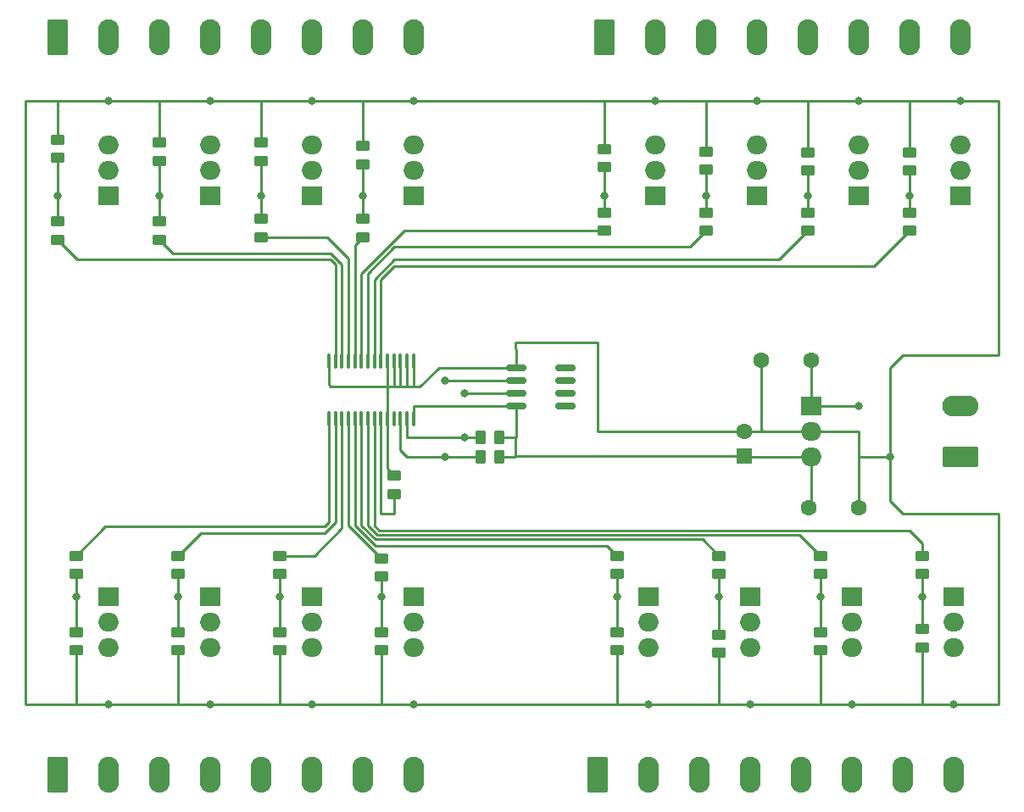
<source format=gbr>
%TF.GenerationSoftware,KiCad,Pcbnew,8.0.5*%
%TF.CreationDate,2024-10-15T20:37:22+02:00*%
%TF.ProjectId,LED_16x24V_REG4_VERSION_B,4c45445f-3136-4783-9234-565f52454734,rev?*%
%TF.SameCoordinates,Original*%
%TF.FileFunction,Copper,L1,Top*%
%TF.FilePolarity,Positive*%
%FSLAX46Y46*%
G04 Gerber Fmt 4.6, Leading zero omitted, Abs format (unit mm)*
G04 Created by KiCad (PCBNEW 8.0.5) date 2024-10-15 20:37:22*
%MOMM*%
%LPD*%
G01*
G04 APERTURE LIST*
G04 Aperture macros list*
%AMRoundRect*
0 Rectangle with rounded corners*
0 $1 Rounding radius*
0 $2 $3 $4 $5 $6 $7 $8 $9 X,Y pos of 4 corners*
0 Add a 4 corners polygon primitive as box body*
4,1,4,$2,$3,$4,$5,$6,$7,$8,$9,$2,$3,0*
0 Add four circle primitives for the rounded corners*
1,1,$1+$1,$2,$3*
1,1,$1+$1,$4,$5*
1,1,$1+$1,$6,$7*
1,1,$1+$1,$8,$9*
0 Add four rect primitives between the rounded corners*
20,1,$1+$1,$2,$3,$4,$5,0*
20,1,$1+$1,$4,$5,$6,$7,0*
20,1,$1+$1,$6,$7,$8,$9,0*
20,1,$1+$1,$8,$9,$2,$3,0*%
G04 Aperture macros list end*
%TA.AperFunction,SMDPad,CuDef*%
%ADD10RoundRect,0.250000X-0.450000X0.262500X-0.450000X-0.262500X0.450000X-0.262500X0.450000X0.262500X0*%
%TD*%
%TA.AperFunction,SMDPad,CuDef*%
%ADD11RoundRect,0.250000X0.450000X-0.262500X0.450000X0.262500X-0.450000X0.262500X-0.450000X-0.262500X0*%
%TD*%
%TA.AperFunction,ComponentPad*%
%ADD12R,1.600000X1.600000*%
%TD*%
%TA.AperFunction,ComponentPad*%
%ADD13C,1.600000*%
%TD*%
%TA.AperFunction,ComponentPad*%
%ADD14RoundRect,0.249999X-0.790001X-1.550001X0.790001X-1.550001X0.790001X1.550001X-0.790001X1.550001X0*%
%TD*%
%TA.AperFunction,ComponentPad*%
%ADD15O,2.080000X3.600000*%
%TD*%
%TA.AperFunction,ComponentPad*%
%ADD16RoundRect,0.249999X1.550001X-0.790001X1.550001X0.790001X-1.550001X0.790001X-1.550001X-0.790001X0*%
%TD*%
%TA.AperFunction,ComponentPad*%
%ADD17O,3.600000X2.080000*%
%TD*%
%TA.AperFunction,ComponentPad*%
%ADD18R,2.000000X1.905000*%
%TD*%
%TA.AperFunction,ComponentPad*%
%ADD19O,2.000000X1.905000*%
%TD*%
%TA.AperFunction,SMDPad,CuDef*%
%ADD20RoundRect,0.250000X0.262500X0.450000X-0.262500X0.450000X-0.262500X-0.450000X0.262500X-0.450000X0*%
%TD*%
%TA.AperFunction,SMDPad,CuDef*%
%ADD21RoundRect,0.100000X-0.100000X0.637500X-0.100000X-0.637500X0.100000X-0.637500X0.100000X0.637500X0*%
%TD*%
%TA.AperFunction,SMDPad,CuDef*%
%ADD22RoundRect,0.150000X0.825000X0.150000X-0.825000X0.150000X-0.825000X-0.150000X0.825000X-0.150000X0*%
%TD*%
%TA.AperFunction,ViaPad*%
%ADD23C,0.800000*%
%TD*%
%TA.AperFunction,Conductor*%
%ADD24C,0.250000*%
%TD*%
G04 APERTURE END LIST*
D10*
%TO.P,R81,1*%
%TO.N,Net-(Q8-G)*%
X102870000Y-83185000D03*
%TO.P,R81,2*%
%TO.N,Net-(U100-LED7)*%
X102870000Y-85010000D03*
%TD*%
D11*
%TO.P,R141,1*%
%TO.N,Net-(Q14-G)*%
X168910000Y-118387500D03*
%TO.P,R141,2*%
%TO.N,Net-(U100-LED13)*%
X168910000Y-116562500D03*
%TD*%
D10*
%TO.P,R71,1*%
%TO.N,Net-(Q7-G)*%
X113030000Y-83185000D03*
%TO.P,R71,2*%
%TO.N,Net-(U100-LED6)*%
X113030000Y-85010000D03*
%TD*%
D11*
%TO.P,R12,1*%
%TO.N,Net-(Q1-G)*%
X187960000Y-78105000D03*
%TO.P,R12,2*%
%TO.N,GND_LED*%
X187960000Y-76280000D03*
%TD*%
D10*
%TO.P,R31,1*%
%TO.N,Net-(Q3-G)*%
X167640000Y-82272500D03*
%TO.P,R31,2*%
%TO.N,Net-(U100-LED2)*%
X167640000Y-84097500D03*
%TD*%
D12*
%TO.P,C3,1*%
%TO.N,Net-(U1-VDD2)*%
X171450000Y-106640000D03*
D13*
%TO.P,C3,2*%
%TO.N,GND_LED*%
X171450000Y-104140000D03*
%TD*%
D14*
%TO.P,J4,1,Pin_1*%
%TO.N,Net-(J4-Pin_1)*%
X156845000Y-138430000D03*
D15*
%TO.P,J4,2,Pin_2*%
%TO.N,GND_LED*%
X161925000Y-138430000D03*
%TO.P,J4,3,Pin_3*%
%TO.N,Net-(J4-Pin_3)*%
X167005000Y-138430000D03*
%TO.P,J4,4,Pin_4*%
%TO.N,GND_LED*%
X172085000Y-138430000D03*
%TO.P,J4,5,Pin_5*%
%TO.N,Net-(J4-Pin_5)*%
X177165000Y-138430000D03*
%TO.P,J4,6,Pin_6*%
%TO.N,GND_LED*%
X182245000Y-138430000D03*
%TO.P,J4,7,Pin_7*%
%TO.N,Net-(J4-Pin_7)*%
X187325000Y-138430000D03*
%TO.P,J4,8,Pin_8*%
%TO.N,GND_LED*%
X192405000Y-138430000D03*
%TD*%
D10*
%TO.P,R142,1*%
%TO.N,Net-(Q14-G)*%
X168910000Y-124460000D03*
%TO.P,R142,2*%
%TO.N,GND_LED*%
X168910000Y-126285000D03*
%TD*%
D16*
%TO.P,J5,1,Pin_1*%
%TO.N,GND_LED*%
X193040000Y-106680000D03*
D17*
%TO.P,J5,2,Pin_2*%
%TO.N,Net-(J5-Pin_2)*%
X193040000Y-101600000D03*
%TD*%
D11*
%TO.P,R101,1*%
%TO.N,Net-(Q10-G)*%
X114935000Y-118387500D03*
%TO.P,R101,2*%
%TO.N,Net-(U100-LED9)*%
X114935000Y-116562500D03*
%TD*%
D14*
%TO.P,J1,1,Pin_1*%
%TO.N,Net-(J1-Pin_1)*%
X157480000Y-64770000D03*
D15*
%TO.P,J1,2,Pin_2*%
%TO.N,GND_LED*%
X162560000Y-64770000D03*
%TO.P,J1,3,Pin_3*%
%TO.N,Net-(J1-Pin_3)*%
X167640000Y-64770000D03*
%TO.P,J1,4,Pin_4*%
%TO.N,GND_LED*%
X172720000Y-64770000D03*
%TO.P,J1,5,Pin_5*%
%TO.N,Net-(J1-Pin_5)*%
X177800000Y-64770000D03*
%TO.P,J1,6,Pin_6*%
%TO.N,GND_LED*%
X182880000Y-64770000D03*
%TO.P,J1,7,Pin_7*%
%TO.N,Net-(J1-Pin_7)*%
X187960000Y-64770000D03*
%TO.P,J1,8,Pin_8*%
%TO.N,GND_LED*%
X193040000Y-64770000D03*
%TD*%
D18*
%TO.P,Q16,1,G*%
%TO.N,Net-(Q16-G)*%
X192405000Y-120650000D03*
D19*
%TO.P,Q16,2,D*%
%TO.N,Net-(Q16-D)*%
X192405000Y-123190000D03*
%TO.P,Q16,3,S*%
%TO.N,GND_LED*%
X192405000Y-125730000D03*
%TD*%
D14*
%TO.P,J3,1,Pin_1*%
%TO.N,Net-(J3-Pin_1)*%
X102870000Y-138430000D03*
D15*
%TO.P,J3,2,Pin_2*%
%TO.N,GND_LED*%
X107950000Y-138430000D03*
%TO.P,J3,3,Pin_3*%
%TO.N,Net-(J3-Pin_3)*%
X113030000Y-138430000D03*
%TO.P,J3,4,Pin_4*%
%TO.N,GND_LED*%
X118110000Y-138430000D03*
%TO.P,J3,5,Pin_5*%
%TO.N,Net-(J3-Pin_5)*%
X123190000Y-138430000D03*
%TO.P,J3,6,Pin_6*%
%TO.N,GND_LED*%
X128270000Y-138430000D03*
%TO.P,J3,7,Pin_7*%
%TO.N,Net-(J3-Pin_7)*%
X133350000Y-138430000D03*
%TO.P,J3,8,Pin_8*%
%TO.N,GND_LED*%
X138430000Y-138430000D03*
%TD*%
D11*
%TO.P,R111,1*%
%TO.N,Net-(Q11-G)*%
X125095000Y-118387500D03*
%TO.P,R111,2*%
%TO.N,Net-(U100-LED10)*%
X125095000Y-116562500D03*
%TD*%
%TO.P,R161,1*%
%TO.N,Net-(Q16-G)*%
X189230000Y-118387500D03*
%TO.P,R161,2*%
%TO.N,Net-(U100-LED15)*%
X189230000Y-116562500D03*
%TD*%
%TO.P,R42,1*%
%TO.N,Net-(Q4-G)*%
X157480000Y-77747500D03*
%TO.P,R42,2*%
%TO.N,GND_LED*%
X157480000Y-75922500D03*
%TD*%
%TO.P,R52,1*%
%TO.N,Net-(Q5-G)*%
X133350000Y-77470000D03*
%TO.P,R52,2*%
%TO.N,GND_LED*%
X133350000Y-75645000D03*
%TD*%
D18*
%TO.P,Q11,1,G*%
%TO.N,Net-(Q11-G)*%
X128270000Y-120650000D03*
D19*
%TO.P,Q11,2,D*%
%TO.N,Net-(Q11-D)*%
X128270000Y-123190000D03*
%TO.P,Q11,3,S*%
%TO.N,GND_LED*%
X128270000Y-125730000D03*
%TD*%
D18*
%TO.P,Q7,1,G*%
%TO.N,Net-(Q7-G)*%
X118110000Y-80645000D03*
D19*
%TO.P,Q7,2,D*%
%TO.N,GND_LED*%
X118110000Y-78105000D03*
%TO.P,Q7,3,S*%
X118110000Y-75565000D03*
%TD*%
D11*
%TO.P,R151,1*%
%TO.N,Net-(Q15-G)*%
X179070000Y-118387500D03*
%TO.P,R151,2*%
%TO.N,Net-(U100-LED14)*%
X179070000Y-116562500D03*
%TD*%
D10*
%TO.P,R162,1*%
%TO.N,Net-(Q16-G)*%
X189230000Y-123905000D03*
%TO.P,R162,2*%
%TO.N,GND_LED*%
X189230000Y-125730000D03*
%TD*%
%TO.P,R122,1*%
%TO.N,Net-(Q12-G)*%
X135255000Y-124182500D03*
%TO.P,R122,2*%
%TO.N,GND_LED*%
X135255000Y-126007500D03*
%TD*%
%TO.P,R112,1*%
%TO.N,Net-(Q11-G)*%
X125095000Y-124182500D03*
%TO.P,R112,2*%
%TO.N,GND_LED*%
X125095000Y-126007500D03*
%TD*%
%TO.P,R41,1*%
%TO.N,Net-(Q4-G)*%
X157480000Y-82272500D03*
%TO.P,R41,2*%
%TO.N,Net-(U100-LED3)*%
X157480000Y-84097500D03*
%TD*%
D18*
%TO.P,Q6,1,G*%
%TO.N,Net-(Q6-G)*%
X128270000Y-80645000D03*
D19*
%TO.P,Q6,2,D*%
%TO.N,Net-(Q6-D)*%
X128270000Y-78105000D03*
%TO.P,Q6,3,S*%
%TO.N,GND_LED*%
X128270000Y-75565000D03*
%TD*%
D10*
%TO.P,R132,1*%
%TO.N,Net-(Q13-G)*%
X158750000Y-124182500D03*
%TO.P,R132,2*%
%TO.N,GND_LED*%
X158750000Y-126007500D03*
%TD*%
D18*
%TO.P,Q5,1,G*%
%TO.N,Net-(Q5-G)*%
X138430000Y-80645000D03*
D19*
%TO.P,Q5,2,D*%
%TO.N,Net-(Q5-D)*%
X138430000Y-78105000D03*
%TO.P,Q5,3,S*%
%TO.N,GND_LED*%
X138430000Y-75565000D03*
%TD*%
D11*
%TO.P,R72,1*%
%TO.N,Net-(Q7-G)*%
X113030000Y-77112500D03*
%TO.P,R72,2*%
%TO.N,GND_LED*%
X113030000Y-75287500D03*
%TD*%
D20*
%TO.P,R3,1*%
%TO.N,Net-(U1-VDD2)*%
X146962500Y-106680000D03*
%TO.P,R3,2*%
%TO.N,Net-(U1-SCL2)*%
X145137500Y-106680000D03*
%TD*%
D10*
%TO.P,R152,1*%
%TO.N,Net-(Q15-G)*%
X179070000Y-124182500D03*
%TO.P,R152,2*%
%TO.N,GND_LED*%
X179070000Y-126007500D03*
%TD*%
D11*
%TO.P,R62,1*%
%TO.N,Net-(Q6-G)*%
X123190000Y-77112500D03*
%TO.P,R62,2*%
%TO.N,GND_LED*%
X123190000Y-75287500D03*
%TD*%
D14*
%TO.P,J2,1,Pin_1*%
%TO.N,GND_LED*%
X102870000Y-64770000D03*
D15*
%TO.P,J2,2,Pin_2*%
X107950000Y-64770000D03*
%TO.P,J2,3,Pin_3*%
X113030000Y-64770000D03*
%TO.P,J2,4,Pin_4*%
X118110000Y-64770000D03*
%TO.P,J2,5,Pin_5*%
%TO.N,Net-(J2-Pin_5)*%
X123190000Y-64770000D03*
%TO.P,J2,6,Pin_6*%
%TO.N,GND_LED*%
X128270000Y-64770000D03*
%TO.P,J2,7,Pin_7*%
%TO.N,Net-(J2-Pin_7)*%
X133350000Y-64770000D03*
%TO.P,J2,8,Pin_8*%
%TO.N,GND_LED*%
X138430000Y-64770000D03*
%TD*%
D10*
%TO.P,R11,1*%
%TO.N,Net-(Q1-G)*%
X187960000Y-82272500D03*
%TO.P,R11,2*%
%TO.N,Net-(U100-LED0)*%
X187960000Y-84097500D03*
%TD*%
D18*
%TO.P,Q1,1,G*%
%TO.N,Net-(Q1-G)*%
X193040000Y-80645000D03*
D19*
%TO.P,Q1,2,D*%
%TO.N,Net-(Q1-D)*%
X193040000Y-78105000D03*
%TO.P,Q1,3,S*%
%TO.N,GND_LED*%
X193040000Y-75565000D03*
%TD*%
D18*
%TO.P,Q8,1,G*%
%TO.N,Net-(Q8-G)*%
X107950000Y-80645000D03*
D19*
%TO.P,Q8,2,D*%
%TO.N,GND_LED*%
X107950000Y-78105000D03*
%TO.P,Q8,3,S*%
X107950000Y-75565000D03*
%TD*%
D10*
%TO.P,R102,1*%
%TO.N,Net-(Q10-G)*%
X114935000Y-124182500D03*
%TO.P,R102,2*%
%TO.N,GND_LED*%
X114935000Y-126007500D03*
%TD*%
D11*
%TO.P,R121,1*%
%TO.N,Net-(Q12-G)*%
X135255000Y-118665000D03*
%TO.P,R121,2*%
%TO.N,Net-(U100-LED11)*%
X135255000Y-116840000D03*
%TD*%
D21*
%TO.P,U100,1,A0*%
%TO.N,GND_LED*%
X138430000Y-97155000D03*
%TO.P,U100,2,A1*%
X137780000Y-97155000D03*
%TO.P,U100,3,A2*%
X137130000Y-97155000D03*
%TO.P,U100,4,A3*%
X136480000Y-97155000D03*
%TO.P,U100,5,A4*%
X135830000Y-97155000D03*
%TO.P,U100,6,LED0*%
%TO.N,Net-(U100-LED0)*%
X135180000Y-97155000D03*
%TO.P,U100,7,LED1*%
%TO.N,Net-(U100-LED1)*%
X134530000Y-97155000D03*
%TO.P,U100,8,LED2*%
%TO.N,Net-(U100-LED2)*%
X133880000Y-97155000D03*
%TO.P,U100,9,LED3*%
%TO.N,Net-(U100-LED3)*%
X133230000Y-97155000D03*
%TO.P,U100,10,LED4*%
%TO.N,Net-(U100-LED4)*%
X132580000Y-97155000D03*
%TO.P,U100,11,LED5*%
%TO.N,Net-(U100-LED5)*%
X131930000Y-97155000D03*
%TO.P,U100,12,LED6*%
%TO.N,Net-(U100-LED6)*%
X131280000Y-97155000D03*
%TO.P,U100,13,LED7*%
%TO.N,Net-(U100-LED7)*%
X130630000Y-97155000D03*
%TO.P,U100,14,VSS*%
%TO.N,GND_LED*%
X129980000Y-97155000D03*
%TO.P,U100,15,LED8*%
%TO.N,Net-(U100-LED8)*%
X129980000Y-102880000D03*
%TO.P,U100,16,LED9*%
%TO.N,Net-(U100-LED9)*%
X130630000Y-102880000D03*
%TO.P,U100,17,LED10*%
%TO.N,Net-(U100-LED10)*%
X131280000Y-102880000D03*
%TO.P,U100,18,LED11*%
%TO.N,Net-(U100-LED11)*%
X131930000Y-102880000D03*
%TO.P,U100,19,LED12*%
%TO.N,Net-(U100-LED12)*%
X132580000Y-102880000D03*
%TO.P,U100,20,LED13*%
%TO.N,Net-(U100-LED13)*%
X133230000Y-102880000D03*
%TO.P,U100,21,LED14*%
%TO.N,Net-(U100-LED14)*%
X133880000Y-102880000D03*
%TO.P,U100,22,LED15*%
%TO.N,Net-(U100-LED15)*%
X134530000Y-102880000D03*
%TO.P,U100,23,~{OE}*%
%TO.N,Net-(U100-~{OE})*%
X135180000Y-102880000D03*
%TO.P,U100,24,A5*%
%TO.N,GND_LED*%
X135830000Y-102880000D03*
%TO.P,U100,25,EXTCLK*%
%TO.N,unconnected-(U100-EXTCLK-Pad25)*%
X136480000Y-102880000D03*
%TO.P,U100,26,SCL*%
%TO.N,Net-(U1-SCL2)*%
X137130000Y-102880000D03*
%TO.P,U100,27,SDA*%
%TO.N,Net-(U1-SDA2)*%
X137780000Y-102880000D03*
%TO.P,U100,28,VDD*%
%TO.N,Net-(U1-VDD2)*%
X138430000Y-102880000D03*
%TD*%
D10*
%TO.P,R51,1*%
%TO.N,Net-(Q5-G)*%
X133350000Y-82907500D03*
%TO.P,R51,2*%
%TO.N,Net-(U100-LED4)*%
X133350000Y-84732500D03*
%TD*%
%TO.P,R92,1*%
%TO.N,Net-(Q9-G)*%
X104775000Y-124182500D03*
%TO.P,R92,2*%
%TO.N,GND_LED*%
X104775000Y-126007500D03*
%TD*%
D18*
%TO.P,Q4,1,G*%
%TO.N,Net-(Q4-G)*%
X162560000Y-80645000D03*
D19*
%TO.P,Q4,2,D*%
%TO.N,Net-(Q4-D)*%
X162560000Y-78105000D03*
%TO.P,Q4,3,S*%
%TO.N,GND_LED*%
X162560000Y-75565000D03*
%TD*%
D10*
%TO.P,R21,1*%
%TO.N,Net-(Q2-G)*%
X177800000Y-82272500D03*
%TO.P,R21,2*%
%TO.N,Net-(U100-LED1)*%
X177800000Y-84097500D03*
%TD*%
%TO.P,R1,1*%
%TO.N,GND_LED*%
X136525000Y-108585000D03*
%TO.P,R1,2*%
%TO.N,Net-(U100-~{OE})*%
X136525000Y-110410000D03*
%TD*%
D18*
%TO.P,Q10,1,G*%
%TO.N,Net-(Q10-G)*%
X118110000Y-120650000D03*
D19*
%TO.P,Q10,2,D*%
%TO.N,Net-(Q10-D)*%
X118110000Y-123190000D03*
%TO.P,Q10,3,S*%
%TO.N,GND_LED*%
X118110000Y-125730000D03*
%TD*%
D18*
%TO.P,Q14,1,G*%
%TO.N,Net-(Q14-G)*%
X172085000Y-120650000D03*
D19*
%TO.P,Q14,2,D*%
%TO.N,Net-(Q14-D)*%
X172085000Y-123190000D03*
%TO.P,Q14,3,S*%
%TO.N,GND_LED*%
X172085000Y-125730000D03*
%TD*%
D11*
%TO.P,R32,1*%
%TO.N,Net-(Q3-G)*%
X167640000Y-78025000D03*
%TO.P,R32,2*%
%TO.N,GND_LED*%
X167640000Y-76200000D03*
%TD*%
D18*
%TO.P,Q9,1,G*%
%TO.N,Net-(Q9-G)*%
X107950000Y-120650000D03*
D19*
%TO.P,Q9,2,D*%
%TO.N,Net-(Q9-D)*%
X107950000Y-123190000D03*
%TO.P,Q9,3,S*%
%TO.N,GND_LED*%
X107950000Y-125730000D03*
%TD*%
D18*
%TO.P,Q12,1,G*%
%TO.N,Net-(Q12-G)*%
X138430000Y-120650000D03*
D19*
%TO.P,Q12,2,D*%
%TO.N,Net-(Q12-D)*%
X138430000Y-123190000D03*
%TO.P,Q12,3,S*%
%TO.N,GND_LED*%
X138430000Y-125730000D03*
%TD*%
D20*
%TO.P,R2,1*%
%TO.N,Net-(U1-VDD2)*%
X146962500Y-104775000D03*
%TO.P,R2,2*%
%TO.N,Net-(U1-SDA2)*%
X145137500Y-104775000D03*
%TD*%
D18*
%TO.P,Q2,1,G*%
%TO.N,Net-(Q2-G)*%
X182880000Y-80645000D03*
D19*
%TO.P,Q2,2,D*%
%TO.N,Net-(Q2-D)*%
X182880000Y-78105000D03*
%TO.P,Q2,3,S*%
%TO.N,GND_LED*%
X182880000Y-75565000D03*
%TD*%
D13*
%TO.P,C2,1*%
%TO.N,Net-(J5-Pin_2)*%
X178132176Y-97007930D03*
%TO.P,C2,2*%
%TO.N,GND_LED*%
X173132176Y-97007930D03*
%TD*%
D11*
%TO.P,R131,1*%
%TO.N,Net-(Q13-G)*%
X158750000Y-118387500D03*
%TO.P,R131,2*%
%TO.N,Net-(U100-LED12)*%
X158750000Y-116562500D03*
%TD*%
D18*
%TO.P,Q15,1,G*%
%TO.N,Net-(Q15-G)*%
X182245000Y-120650000D03*
D19*
%TO.P,Q15,2,D*%
%TO.N,Net-(Q15-D)*%
X182245000Y-123190000D03*
%TO.P,Q15,3,S*%
%TO.N,GND_LED*%
X182245000Y-125730000D03*
%TD*%
D18*
%TO.P,U2,1,IN*%
%TO.N,Net-(J5-Pin_2)*%
X178125000Y-101600000D03*
D19*
%TO.P,U2,2,GND*%
%TO.N,GND_LED*%
X178125000Y-104140000D03*
%TO.P,U2,3,OUT*%
%TO.N,Net-(U1-VDD2)*%
X178125000Y-106680000D03*
%TD*%
D18*
%TO.P,Q3,1,G*%
%TO.N,Net-(Q3-G)*%
X172720000Y-80645000D03*
D19*
%TO.P,Q3,2,D*%
%TO.N,Net-(Q3-D)*%
X172720000Y-78105000D03*
%TO.P,Q3,3,S*%
%TO.N,GND_LED*%
X172720000Y-75565000D03*
%TD*%
D18*
%TO.P,Q13,1,G*%
%TO.N,Net-(Q13-G)*%
X161925000Y-120650000D03*
D19*
%TO.P,Q13,2,D*%
%TO.N,Net-(Q13-D)*%
X161925000Y-123190000D03*
%TO.P,Q13,3,S*%
%TO.N,GND_LED*%
X161925000Y-125730000D03*
%TD*%
D22*
%TO.P,U1,1,VDD1*%
%TO.N,V+_\u00B5C*%
X153605000Y-101600000D03*
%TO.P,U1,2,SDA1*%
%TO.N,SDA_\u00B5C*%
X153605000Y-100330000D03*
%TO.P,U1,3,SCL1*%
%TO.N,SCL_\u00B5C*%
X153605000Y-99060000D03*
%TO.P,U1,4,GND1*%
%TO.N,GND_\u00B5C*%
X153605000Y-97790000D03*
%TO.P,U1,5,GND2*%
%TO.N,GND_LED*%
X148655000Y-97790000D03*
%TO.P,U1,6,SCL2*%
%TO.N,Net-(U1-SCL2)*%
X148655000Y-99060000D03*
%TO.P,U1,7,SDA2*%
%TO.N,Net-(U1-SDA2)*%
X148655000Y-100330000D03*
%TO.P,U1,8,VDD2*%
%TO.N,Net-(U1-VDD2)*%
X148655000Y-101600000D03*
%TD*%
D11*
%TO.P,R82,1*%
%TO.N,Net-(Q8-G)*%
X102870000Y-76835000D03*
%TO.P,R82,2*%
%TO.N,GND_LED*%
X102870000Y-75010000D03*
%TD*%
D13*
%TO.P,C1,1*%
%TO.N,GND_LED*%
X182880000Y-111760000D03*
%TO.P,C1,2*%
%TO.N,Net-(U1-VDD2)*%
X177880000Y-111760000D03*
%TD*%
D11*
%TO.P,R91,1*%
%TO.N,Net-(Q9-G)*%
X104775000Y-118387500D03*
%TO.P,R91,2*%
%TO.N,Net-(U100-LED8)*%
X104775000Y-116562500D03*
%TD*%
D10*
%TO.P,R61,1*%
%TO.N,Net-(Q6-G)*%
X123190000Y-82907500D03*
%TO.P,R61,2*%
%TO.N,Net-(U100-LED5)*%
X123190000Y-84732500D03*
%TD*%
D11*
%TO.P,R22,1*%
%TO.N,Net-(Q2-G)*%
X177800000Y-78105000D03*
%TO.P,R22,2*%
%TO.N,GND_LED*%
X177800000Y-76280000D03*
%TD*%
D23*
%TO.N,GND_LED*%
X118110000Y-71120000D03*
X138430000Y-71120000D03*
X182880000Y-71120000D03*
X182245000Y-131445000D03*
X162560000Y-71120000D03*
X172720000Y-71120000D03*
X193040000Y-71120000D03*
X138430000Y-131445000D03*
X186055000Y-106680000D03*
X118110000Y-131445000D03*
X107950000Y-71120000D03*
X172085000Y-131445000D03*
X128270000Y-71120000D03*
X107950000Y-131445000D03*
X192405000Y-131445000D03*
X128270000Y-131445000D03*
X161925000Y-131445000D03*
%TO.N,Net-(Q1-G)*%
X187960000Y-80645000D03*
%TO.N,Net-(Q2-G)*%
X177800000Y-80645000D03*
%TO.N,Net-(Q3-G)*%
X167640000Y-80645000D03*
%TO.N,Net-(Q4-G)*%
X157480000Y-80645000D03*
%TO.N,Net-(Q5-G)*%
X133350000Y-80645000D03*
%TO.N,Net-(Q6-G)*%
X123190000Y-80645000D03*
%TO.N,Net-(Q7-G)*%
X113030000Y-80645000D03*
%TO.N,Net-(Q8-G)*%
X102870000Y-80645000D03*
%TO.N,Net-(Q9-G)*%
X104775000Y-120650000D03*
%TO.N,Net-(Q10-G)*%
X114935000Y-120650000D03*
%TO.N,Net-(Q11-G)*%
X125095000Y-120650000D03*
%TO.N,Net-(Q12-G)*%
X135255000Y-120650000D03*
%TO.N,Net-(Q13-G)*%
X158750000Y-120650000D03*
%TO.N,Net-(Q14-G)*%
X168910000Y-120650000D03*
%TO.N,Net-(Q15-G)*%
X179070000Y-120650000D03*
%TO.N,Net-(Q16-G)*%
X189230000Y-120650000D03*
%TO.N,Net-(U1-SDA2)*%
X143510000Y-104775000D03*
X143510000Y-100330000D03*
%TO.N,Net-(U1-SCL2)*%
X141605000Y-99060000D03*
X141605000Y-106680000D03*
%TO.N,Net-(J5-Pin_2)*%
X182880000Y-101600000D03*
%TD*%
D24*
%TO.N,GND_LED*%
X187325000Y-112395000D02*
X196850000Y-112395000D01*
X102870000Y-71120000D02*
X99695000Y-71120000D01*
X99695000Y-131445000D02*
X104775000Y-131445000D01*
X99695000Y-71120000D02*
X99695000Y-88265000D01*
X130175000Y-99695000D02*
X135890000Y-99695000D01*
X107315000Y-131445000D02*
X114935000Y-131445000D01*
X135830000Y-99635000D02*
X135890000Y-99695000D01*
X114935000Y-131445000D02*
X125095000Y-131445000D01*
X157480000Y-75922500D02*
X157480000Y-71120000D01*
X196850000Y-71120000D02*
X193040000Y-71120000D01*
X187960000Y-76280000D02*
X187960000Y-71120000D01*
X107950000Y-131445000D02*
X107315000Y-131445000D01*
X135830000Y-102880000D02*
X135830000Y-99635000D01*
X136480000Y-99650000D02*
X136525000Y-99695000D01*
X113030000Y-71120000D02*
X113030000Y-75287500D01*
X135830000Y-102880000D02*
X135830000Y-107890000D01*
X173355000Y-104140000D02*
X171450000Y-104140000D01*
X133350000Y-71120000D02*
X133350000Y-75645000D01*
X128270000Y-71120000D02*
X133350000Y-71120000D01*
X173132176Y-97007930D02*
X173132176Y-103917176D01*
X168910000Y-126285000D02*
X168910000Y-131445000D01*
X186055000Y-106680000D02*
X182880000Y-106680000D01*
X107950000Y-71120000D02*
X113030000Y-71120000D01*
X156845000Y-95250000D02*
X148590000Y-95250000D01*
X138430000Y-97155000D02*
X138430000Y-96520000D01*
X135255000Y-131445000D02*
X160020000Y-131445000D01*
X148590000Y-95250000D02*
X148590000Y-95885000D01*
X123190000Y-71120000D02*
X123190000Y-75287500D01*
X137795000Y-99695000D02*
X137160000Y-99695000D01*
X137780000Y-99680000D02*
X137795000Y-99695000D01*
X129980000Y-97155000D02*
X129980000Y-99500000D01*
X196850000Y-131445000D02*
X196850000Y-112395000D01*
X178125000Y-104140000D02*
X173355000Y-104140000D01*
X186055000Y-111125000D02*
X187325000Y-112395000D01*
X179070000Y-126007500D02*
X179070000Y-131445000D01*
X187960000Y-71120000D02*
X177800000Y-71120000D01*
X104775000Y-126007500D02*
X104775000Y-131445000D01*
X107950000Y-71120000D02*
X102870000Y-71120000D01*
X179070000Y-131445000D02*
X189230000Y-131445000D01*
X182880000Y-106680000D02*
X182880000Y-104140000D01*
X136525000Y-99695000D02*
X135890000Y-99695000D01*
X99695000Y-88265000D02*
X99695000Y-131445000D01*
X192405000Y-131445000D02*
X196850000Y-131445000D01*
X102870000Y-71120000D02*
X102870000Y-75010000D01*
X140970000Y-97790000D02*
X148655000Y-97790000D01*
X128270000Y-71120000D02*
X123190000Y-71120000D01*
X193040000Y-71120000D02*
X187960000Y-71120000D01*
X125095000Y-126007500D02*
X125095000Y-131445000D01*
X157480000Y-71120000D02*
X138430000Y-71120000D01*
X137780000Y-97155000D02*
X137780000Y-99680000D01*
X114935000Y-126007500D02*
X114935000Y-131445000D01*
X182880000Y-111760000D02*
X182880000Y-106680000D01*
X135830000Y-107890000D02*
X136525000Y-108585000D01*
X148655000Y-95950000D02*
X148655000Y-97790000D01*
X139065000Y-99695000D02*
X140970000Y-97790000D01*
X177800000Y-71120000D02*
X167640000Y-71120000D01*
X138430000Y-96520000D02*
X138430000Y-99695000D01*
X186055000Y-107315000D02*
X186055000Y-111125000D01*
X118110000Y-71120000D02*
X123190000Y-71120000D01*
X136480000Y-97155000D02*
X136480000Y-99650000D01*
X167640000Y-71120000D02*
X157480000Y-71120000D01*
X186055000Y-107315000D02*
X186055000Y-97790000D01*
X135255000Y-126007500D02*
X135255000Y-131445000D01*
X187325000Y-96520000D02*
X196850000Y-96520000D01*
X177800000Y-76280000D02*
X177800000Y-71120000D01*
X135830000Y-97155000D02*
X135830000Y-99635000D01*
X138430000Y-99695000D02*
X139065000Y-99695000D01*
X189230000Y-125730000D02*
X189230000Y-131445000D01*
X137130000Y-97155000D02*
X137130000Y-99665000D01*
X182880000Y-104140000D02*
X178125000Y-104140000D01*
X125095000Y-131445000D02*
X135255000Y-131445000D01*
X129980000Y-99500000D02*
X130175000Y-99695000D01*
X138430000Y-99695000D02*
X137795000Y-99695000D01*
X138430000Y-71120000D02*
X133350000Y-71120000D01*
X156845000Y-104140000D02*
X156845000Y-95250000D01*
X148590000Y-95885000D02*
X148655000Y-95950000D01*
X137130000Y-99665000D02*
X137160000Y-99695000D01*
X168910000Y-131445000D02*
X179070000Y-131445000D01*
X186055000Y-97790000D02*
X187325000Y-96520000D01*
X158750000Y-126007500D02*
X158750000Y-131445000D01*
X137160000Y-99695000D02*
X136525000Y-99695000D01*
X104775000Y-131445000D02*
X107950000Y-131445000D01*
X167640000Y-76200000D02*
X167640000Y-71120000D01*
X158750000Y-131445000D02*
X168910000Y-131445000D01*
X189230000Y-131445000D02*
X192405000Y-131445000D01*
X118110000Y-71120000D02*
X113030000Y-71120000D01*
X173132176Y-103917176D02*
X173355000Y-104140000D01*
X171450000Y-104140000D02*
X156845000Y-104140000D01*
X196850000Y-96520000D02*
X196850000Y-71120000D01*
%TO.N,Net-(Q1-G)*%
X187960000Y-78105000D02*
X187960000Y-80645000D01*
X187960000Y-80645000D02*
X187960000Y-82272500D01*
%TO.N,Net-(Q2-G)*%
X177800000Y-78105000D02*
X177800000Y-82272500D01*
%TO.N,Net-(Q3-G)*%
X167640000Y-78025000D02*
X167640000Y-82272500D01*
%TO.N,Net-(Q4-G)*%
X157480000Y-77747500D02*
X157480000Y-82272500D01*
%TO.N,Net-(Q5-G)*%
X133350000Y-77470000D02*
X133350000Y-82907500D01*
%TO.N,Net-(Q6-G)*%
X123190000Y-77112500D02*
X123190000Y-82907500D01*
%TO.N,Net-(Q7-G)*%
X113030000Y-83185000D02*
X113030000Y-77112500D01*
%TO.N,Net-(Q8-G)*%
X102870000Y-76835000D02*
X102870000Y-83185000D01*
%TO.N,Net-(Q9-G)*%
X104775000Y-124182500D02*
X104775000Y-118387500D01*
%TO.N,Net-(Q10-G)*%
X114935000Y-118387500D02*
X114935000Y-124182500D01*
%TO.N,Net-(U100-~{OE})*%
X135180000Y-112320000D02*
X135255000Y-112395000D01*
X136525000Y-112395000D02*
X136525000Y-110410000D01*
X135180000Y-102880000D02*
X135180000Y-112320000D01*
X135255000Y-112395000D02*
X136525000Y-112395000D01*
%TO.N,Net-(Q11-G)*%
X125095000Y-124182500D02*
X125095000Y-118387500D01*
%TO.N,Net-(Q12-G)*%
X135255000Y-118665000D02*
X135255000Y-124182500D01*
%TO.N,Net-(Q13-G)*%
X158750000Y-118387500D02*
X158750000Y-124182500D01*
%TO.N,Net-(Q14-G)*%
X168910000Y-118387500D02*
X168910000Y-124460000D01*
%TO.N,Net-(Q15-G)*%
X179070000Y-118387500D02*
X179070000Y-124182500D01*
%TO.N,Net-(Q16-G)*%
X189230000Y-118387500D02*
X189230000Y-123905000D01*
%TO.N,Net-(U100-LED0)*%
X136525698Y-87630698D02*
X184426802Y-87630698D01*
X184426802Y-87630698D02*
X187960000Y-84097500D01*
X135180000Y-97155000D02*
X135180000Y-88976396D01*
X135180000Y-88976396D02*
X136525698Y-87630698D01*
%TO.N,Net-(U100-LED1)*%
X134530000Y-88990000D02*
X136525000Y-86995000D01*
X136525000Y-86995000D02*
X174902500Y-86995000D01*
X174902500Y-86995000D02*
X177800000Y-84097500D01*
X134530000Y-97155000D02*
X134530000Y-88990000D01*
%TO.N,Net-(U100-LED2)*%
X136526396Y-85725000D02*
X166012500Y-85725000D01*
X166012500Y-85725000D02*
X167640000Y-84097500D01*
X133880000Y-97155000D02*
X133880000Y-88371396D01*
X133880000Y-88371396D02*
X136526396Y-85725000D01*
%TO.N,Net-(U100-LED3)*%
X133230000Y-88385000D02*
X137517500Y-84097500D01*
X137517500Y-84097500D02*
X157480000Y-84097500D01*
X133230000Y-97155000D02*
X133230000Y-88385000D01*
%TO.N,Net-(U100-LED4)*%
X132580000Y-85502500D02*
X133350000Y-84732500D01*
X132580000Y-97155000D02*
X132580000Y-85502500D01*
%TO.N,Net-(U100-LED5)*%
X131930000Y-97155000D02*
X131930000Y-86845000D01*
X131930000Y-86845000D02*
X129817500Y-84732500D01*
X129817500Y-84732500D02*
X123190000Y-84732500D01*
%TO.N,Net-(U100-LED6)*%
X130175000Y-86360000D02*
X114380000Y-86360000D01*
X131280000Y-87465000D02*
X130175000Y-86360000D01*
X114380000Y-86360000D02*
X113030000Y-85010000D01*
X131280000Y-97155000D02*
X131280000Y-87465000D01*
%TO.N,Net-(U100-LED7)*%
X130174302Y-86995698D02*
X104855698Y-86995698D01*
X130630000Y-87451396D02*
X130174302Y-86995698D01*
X104855698Y-86995698D02*
X102870000Y-85010000D01*
X130630000Y-97155000D02*
X130630000Y-87451396D01*
%TO.N,Net-(U100-LED8)*%
X107672500Y-113665000D02*
X104775000Y-116562500D01*
X129980000Y-102880000D02*
X129980000Y-113223604D01*
X129538604Y-113665000D02*
X107672500Y-113665000D01*
X129980000Y-113223604D02*
X129538604Y-113665000D01*
%TO.N,Net-(U100-LED9)*%
X130630000Y-113210000D02*
X129540000Y-114300000D01*
X117197500Y-114300000D02*
X114935000Y-116562500D01*
X130630000Y-102880000D02*
X130630000Y-113210000D01*
X129540000Y-114300000D02*
X117197500Y-114300000D01*
%TO.N,Net-(U100-LED10)*%
X131280000Y-113830000D02*
X128547500Y-116562500D01*
X128547500Y-116562500D02*
X125095000Y-116562500D01*
X131280000Y-102880000D02*
X131280000Y-113830000D01*
%TO.N,Net-(U100-LED11)*%
X131930000Y-102880000D02*
X131930000Y-113515000D01*
X131930000Y-113515000D02*
X135255000Y-116840000D01*
%TO.N,Net-(U100-LED12)*%
X157756802Y-115569302D02*
X158750000Y-116562500D01*
X132580000Y-113528604D02*
X134620698Y-115569302D01*
X134620698Y-115569302D02*
X157756802Y-115569302D01*
X132580000Y-102880000D02*
X132580000Y-113528604D01*
%TO.N,Net-(U100-LED13)*%
X167282500Y-114935000D02*
X168910000Y-116562500D01*
X133230000Y-113542208D02*
X134622792Y-114935000D01*
X133230000Y-102880000D02*
X133230000Y-113542208D01*
X134622792Y-114935000D02*
X167282500Y-114935000D01*
%TO.N,Net-(U100-LED14)*%
X133880000Y-102880000D02*
X133880000Y-113555812D01*
X133880000Y-113555812D02*
X134809188Y-114485000D01*
X134809188Y-114485000D02*
X176992500Y-114485000D01*
X176992500Y-114485000D02*
X179070000Y-116562500D01*
%TO.N,Net-(U100-LED15)*%
X134530000Y-102880000D02*
X134530000Y-113569416D01*
X134995584Y-114035000D02*
X187972500Y-114035000D01*
X189230000Y-115292500D02*
X189230000Y-116562500D01*
X187972500Y-114035000D02*
X189230000Y-115292500D01*
X134530000Y-113569416D02*
X134995584Y-114035000D01*
%TO.N,Net-(U1-SDA2)*%
X145137500Y-104775000D02*
X143510000Y-104775000D01*
X137795000Y-104775000D02*
X137780000Y-104760000D01*
X148655000Y-100330000D02*
X143510000Y-100330000D01*
X143510000Y-104775000D02*
X137795000Y-104775000D01*
X137780000Y-104760000D02*
X137780000Y-102880000D01*
%TO.N,Net-(U1-VDD2)*%
X138430000Y-101600000D02*
X148655000Y-101600000D01*
X148630000Y-106640000D02*
X148590000Y-106680000D01*
X148655000Y-104710000D02*
X148655000Y-101600000D01*
X178125000Y-106680000D02*
X171490000Y-106680000D01*
X148590000Y-106680000D02*
X148590000Y-104775000D01*
X178125000Y-106680000D02*
X178125000Y-111515000D01*
X146962500Y-106680000D02*
X148590000Y-106680000D01*
X178125000Y-111515000D02*
X177880000Y-111760000D01*
X138430000Y-102880000D02*
X138430000Y-101600000D01*
X171450000Y-106640000D02*
X148630000Y-106640000D01*
X148590000Y-104775000D02*
X148655000Y-104710000D01*
X171490000Y-106680000D02*
X171450000Y-106640000D01*
X146962500Y-104775000D02*
X148590000Y-104775000D01*
%TO.N,Net-(U1-SCL2)*%
X148655000Y-99060000D02*
X141605000Y-99060000D01*
X141605000Y-106680000D02*
X137795000Y-106680000D01*
X137795000Y-106680000D02*
X137130000Y-106015000D01*
X145137500Y-106680000D02*
X141605000Y-106680000D01*
X137130000Y-106015000D02*
X137130000Y-102880000D01*
%TO.N,Net-(J5-Pin_2)*%
X178132176Y-101592824D02*
X178125000Y-101600000D01*
X182880000Y-101600000D02*
X178125000Y-101600000D01*
X178132176Y-97007930D02*
X178132176Y-101592824D01*
%TD*%
M02*

</source>
